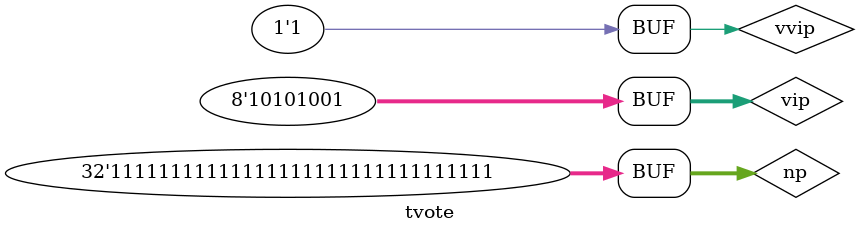
<source format=v>
`timescale 1ns / 1ps


module tvote;

	// Inputs
	reg [31:0] np;
	reg [7:0] vip;
	reg vvip;

	// Outputs
	wire res;

	// Instantiate the Unit Under Test (UUT)
	vote uut (
		.np(np), 
		.vip(vip), 
		.vvip(vvip), 
		.res(res)
	);

	initial begin
		// Initialize Inputs
		np = 32'hffff_ffff;
		vip = 8'b1010_1001;
		vvip = 1'b1; 

		// Wait 100 ns for global reset to finish
		#100;
        
		// Add stimulus here

	end
      
endmodule


</source>
